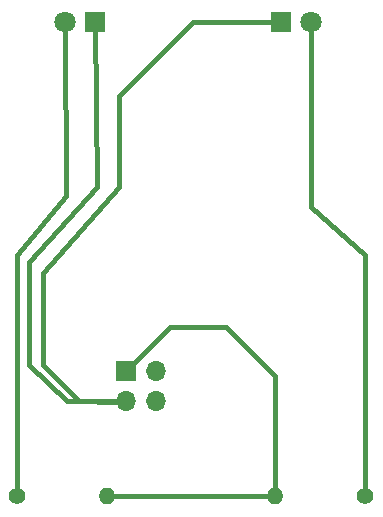
<source format=gbl>
G04 #@! TF.FileFunction,Copper,L2,Bot,Signal*
%FSLAX46Y46*%
G04 Gerber Fmt 4.6, Leading zero omitted, Abs format (unit mm)*
G04 Created by KiCad (PCBNEW 4.0.7) date Saturday, October 27, 2018 'PMt' 11:49:14 PM*
%MOMM*%
%LPD*%
G01*
G04 APERTURE LIST*
%ADD10C,0.100000*%
%ADD11R,1.800000X1.800000*%
%ADD12C,1.800000*%
%ADD13C,1.400000*%
%ADD14O,1.400000X1.400000*%
%ADD15R,1.700000X1.700000*%
%ADD16O,1.700000X1.700000*%
%ADD17C,0.381000*%
G04 APERTURE END LIST*
D10*
D11*
X156464000Y-80772000D03*
D12*
X159004000Y-80772000D03*
D11*
X140716000Y-80772000D03*
D12*
X138176000Y-80772000D03*
D13*
X134112000Y-120904000D03*
D14*
X141732000Y-120904000D03*
D15*
X143319500Y-110299500D03*
D16*
X143319500Y-112839500D03*
X145859500Y-110299500D03*
X145859500Y-112839500D03*
D13*
X163576000Y-120904000D03*
D14*
X155956000Y-120904000D03*
D17*
X148971000Y-80772000D02*
X148971000Y-80772000D01*
X156464000Y-80772000D02*
X148971000Y-80772000D01*
X142746876Y-86996124D02*
X148971000Y-80772000D01*
X143319500Y-112839500D02*
X139319000Y-112839500D01*
X142684500Y-94678500D02*
X142746876Y-86996124D01*
X136271000Y-101981000D02*
X142684500Y-94678500D01*
X136271000Y-109791500D02*
X136271000Y-101981000D01*
X139319000Y-112839500D02*
X136271000Y-109791500D01*
X138303000Y-112839500D02*
X143319500Y-112903000D01*
X135128000Y-109791500D02*
X138303000Y-112839500D01*
X135128000Y-101092000D02*
X135128000Y-109791500D01*
X140843000Y-94742000D02*
X135128000Y-101092000D01*
X140716000Y-80772000D02*
X140843000Y-94742000D01*
X159004000Y-80772000D02*
X159004000Y-96393000D01*
X163576000Y-100457000D02*
X163576000Y-120904000D01*
X159004000Y-96393000D02*
X163576000Y-100457000D01*
X134112000Y-120904000D02*
X134112000Y-100457000D01*
X138239500Y-95440500D02*
X138176000Y-80772000D01*
X134112000Y-100457000D02*
X138239500Y-95440500D01*
X155956000Y-120904000D02*
X155956000Y-110744000D01*
X147066000Y-106553000D02*
X143319500Y-110299500D01*
X151765000Y-106553000D02*
X147066000Y-106553000D01*
X155956000Y-110744000D02*
X151765000Y-106553000D01*
X141795500Y-120840500D02*
X141732000Y-120904000D01*
X155956000Y-120904000D02*
X155956000Y-120777000D01*
X141732000Y-120904000D02*
X155956000Y-120904000D01*
X155956000Y-120904000D02*
X155956000Y-120904000D01*
X155956000Y-120777000D02*
X155956000Y-120777000D01*
M02*

</source>
